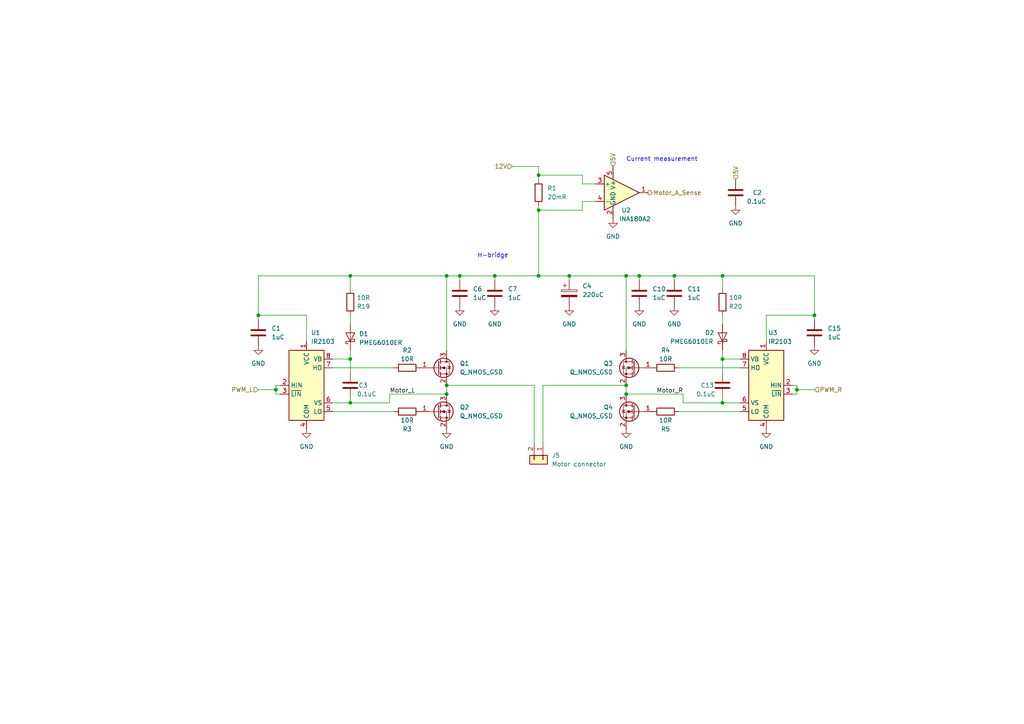
<source format=kicad_sch>
(kicad_sch (version 20211123) (generator eeschema)
  (paper "A4")
  (lib_symbols
    (symbol "Amplifier_Current:INA180A1" (pin_names (offset 0.127))
      (property "Reference" "U" (at 3.81 3.81 0))
      (property "Value" "INA180A1" (at 3.81 -2.54 0))
      (symbol "INA180A1_0_1"
        (polyline (pts (xy 5.08 0) (xy -5.08 5.08) (xy -5.08 -5.08) (xy 5.08 0)) (stroke (width 0.254)) (fill (type background)))
      )
      (symbol "INA180A1_1_1"
        (pin output line (at 7.62 0 180) (length 2.54) (name "~") (number "1"))
        (pin power_in line (at -2.54 -7.62 90) (length 3.81) (name "GND") (number "2"))
        (pin input line (at -7.62 2.54 0) (length 2.54) (name "+") (number "3"))
        (pin input line (at -7.62 -2.54 0) (length 2.54) (name "-") (number "4"))
        (pin power_in line (at -2.54 7.62 270) (length 3.81) (name "V+") (number "5"))
      )
    )
    (symbol "Connector_Generic:Conn_01x02" (pin_names (offset 1.016) hide)
      (property "Reference" "J" (at 0 2.54 0))
      (property "Value" "Conn_01x02" (at 0 -5.08 0))
      (symbol "Conn_01x02_1_1"
        (rectangle (start -1.27 -2.413) (end 0 -2.667) (stroke (width 0.1524)))
        (rectangle (start -1.27 0.127) (end 0 -0.127) (stroke (width 0.1524)))
        (rectangle (start -1.27 1.27) (end 1.27 -3.81) (stroke (width 0.254)) (fill (type background)))
        (pin passive line (at -5.08 0 0) (length 3.81) (name "Pin_1") (number "1"))
        (pin passive line (at -5.08 -2.54 0) (length 3.81) (name "Pin_2") (number "2"))
      )
    )
    (symbol "Device:C" (pin_numbers hide) (pin_names (offset 0.254))
      (property "Reference" "C" (at 0.635 2.54 0))
      (property "Value" "C" (at 0.635 -2.54 0))
      (symbol "C_0_1"
        (polyline (pts (xy -2.032 -0.762) (xy 2.032 -0.762)) (stroke (width 0.508)))
        (polyline (pts (xy -2.032 0.762) (xy 2.032 0.762)) (stroke (width 0.508)))
      )
      (symbol "C_1_1"
        (pin passive line (at 0 3.81 270) (length 2.794) (name "~") (number "1"))
        (pin passive line (at 0 -3.81 90) (length 2.794) (name "~") (number "2"))
      )
    )
    (symbol "Device:C_Polarized" (pin_numbers hide) (pin_names (offset 0.254))
      (property "Reference" "C" (at 0.635 2.54 0))
      (property "Value" "C_Polarized" (at 0.635 -2.54 0))
      (symbol "C_Polarized_0_1"
        (rectangle (start -2.286 0.508) (end 2.286 1.016))
        (polyline (pts (xy -1.778 2.286) (xy -0.762 2.286)))
        (polyline (pts (xy -1.27 2.794) (xy -1.27 1.778)))
        (rectangle (start 2.286 -0.508) (end -2.286 -1.016) (fill (type outline)))
      )
      (symbol "C_Polarized_1_1"
        (pin passive line (at 0 3.81 270) (length 2.794) (name "~") (number "1"))
        (pin passive line (at 0 -3.81 90) (length 2.794) (name "~") (number "2"))
      )
    )
    (symbol "Device:Q_NMOS_GSD" (pin_names (offset 0) hide)
      (property "Reference" "Q" (at 5.08 1.27 0))
      (property "Value" "Q_NMOS_GSD" (at 5.08 -1.27 0))
      (symbol "Q_NMOS_GSD_0_1"
        (polyline (pts (xy 0.254 0) (xy -2.54 0)))
        (polyline (pts (xy 0.254 1.905) (xy 0.254 -1.905)) (stroke (width 0.254)))
        (polyline (pts (xy 0.762 -1.27) (xy 0.762 -2.286)) (stroke (width 0.254)))
        (polyline (pts (xy 0.762 0.508) (xy 0.762 -0.508)) (stroke (width 0.254)))
        (polyline (pts (xy 0.762 2.286) (xy 0.762 1.27)) (stroke (width 0.254)))
        (polyline (pts (xy 2.54 2.54) (xy 2.54 1.778)))
        (polyline (pts (xy 2.54 -2.54) (xy 2.54 0) (xy 0.762 0)))
        (polyline (pts (xy 0.762 -1.778) (xy 3.302 -1.778) (xy 3.302 1.778) (xy 0.762 1.778)))
        (polyline (pts (xy 1.016 0) (xy 2.032 0.381) (xy 2.032 -0.381) (xy 1.016 0)) (fill (type outline)))
        (polyline (pts (xy 2.794 0.508) (xy 2.921 0.381) (xy 3.683 0.381) (xy 3.81 0.254)))
        (polyline (pts (xy 3.302 0.381) (xy 2.921 -0.254) (xy 3.683 -0.254) (xy 3.302 0.381)))
        (circle (center 1.651 0) (radius 2.794) (stroke (width 0.254)))
        (circle (center 2.54 -1.778) (radius 0.254) (fill (type outline)))
        (circle (center 2.54 1.778) (radius 0.254) (fill (type outline)))
      )
      (symbol "Q_NMOS_GSD_1_1"
        (pin input line (at -5.08 0 0) (length 2.54) (name "G") (number "1"))
        (pin passive line (at 2.54 -5.08 90) (length 2.54) (name "S") (number "2"))
        (pin passive line (at 2.54 5.08 270) (length 2.54) (name "D") (number "3"))
      )
    )
    (symbol "Device:R" (pin_numbers hide) (pin_names (offset 0))
      (property "Reference" "R" (at 2.032 0 90))
      (property "Value" "R" (at 0 0 90))
      (symbol "R_0_1"
        (rectangle (start -1.016 -2.54) (end 1.016 2.54) (stroke (width 0.254)))
      )
      (symbol "R_1_1"
        (pin passive line (at 0 3.81 270) (length 1.27) (name "~") (number "1"))
        (pin passive line (at 0 -3.81 90) (length 1.27) (name "~") (number "2"))
      )
    )
    (symbol "Diode:PMEG6010ER" (pin_numbers hide) (pin_names hide)
      (property "Reference" "D" (at 0 2.54 0))
      (property "Value" "PMEG6010ER" (at 0 -2.54 0))
      (symbol "PMEG6010ER_0_1"
        (polyline (pts (xy 1.27 0) (xy -1.27 0)))
        (polyline (pts (xy 1.27 1.27) (xy 1.27 -1.27) (xy -1.27 0) (xy 1.27 1.27)) (stroke (width 0.2032)))
        (polyline (pts (xy -1.905 0.635) (xy -1.905 1.27) (xy -1.27 1.27) (xy -1.27 -1.27) (xy -0.635 -1.27) (xy -0.635 -0.635)) (stroke (width 0.2032)))
      )
      (symbol "PMEG6010ER_1_1"
        (pin passive line (at -3.81 0 0) (length 2.54) (name "K") (number "1"))
        (pin passive line (at 3.81 0 180) (length 2.54) (name "A") (number "2"))
      )
    )
    (symbol "Driver_FET:IR2103"
      (property "Reference" "U" (at 1.27 13.335 0))
      (property "Value" "IR2103" (at 1.27 11.43 0))
      (symbol "IR2103_0_1"
        (rectangle (start -5.08 -10.16) (end 5.08 10.16) (stroke (width 0.254)) (fill (type background)))
      )
      (symbol "IR2103_1_1"
        (pin power_in line (at 0 12.7 270) (length 2.54) (name "VCC") (number "1"))
        (pin input line (at -7.62 0 0) (length 2.54) (name "HIN") (number "2"))
        (pin input line (at -7.62 -2.54 0) (length 2.54) (name "~{LIN}") (number "3"))
        (pin power_in line (at 0 -12.7 90) (length 2.54) (name "COM") (number "4"))
        (pin output line (at 7.62 -7.62 180) (length 2.54) (name "LO") (number "5"))
        (pin passive line (at 7.62 -5.08 180) (length 2.54) (name "VS") (number "6"))
        (pin output line (at 7.62 5.08 180) (length 2.54) (name "HO") (number "7"))
        (pin passive line (at 7.62 7.62 180) (length 2.54) (name "VB") (number "8"))
      )
    )
    (symbol "power:GND" (power) (pin_names (offset 0))
      (property "Value" "GND" (at 0 -3.81 0))
      (symbol "GND_0_1"
        (polyline (pts (xy 0 0) (xy 0 -1.27) (xy 1.27 -1.27) (xy 0 -2.54) (xy -1.27 -1.27) (xy 0 -1.27)))
      )
      (symbol "GND_1_1"
        (pin power_in line (at 0 0 270) (length 0) hide (name "GND") (number "1"))
      )
    )
  )
  (junction (at 181.61 114.3))
  (junction (at 129.54 111.76))
  (junction (at 74.93 91.44))
  (junction (at 133.35 80.01))
  (junction (at 101.6 104.14))
  (junction (at 143.51 80.01))
  (junction (at 156.21 50.8))
  (junction (at 101.6 116.84))
  (junction (at 101.6 80.01))
  (junction (at 231.14 113.03))
  (junction (at 181.61 80.01))
  (junction (at 185.42 80.01))
  (junction (at 209.55 80.01))
  (junction (at 129.54 80.01))
  (junction (at 129.54 114.3))
  (junction (at 156.21 80.01))
  (junction (at 209.55 104.14))
  (junction (at 236.22 91.44))
  (junction (at 165.1 80.01))
  (junction (at 195.58 80.01))
  (junction (at 209.55 116.84))
  (junction (at 80.01 113.03))
  (junction (at 156.21 60.96))
  (junction (at 181.61 111.76))
  (wire (pts (xy 209.55 80.01) (xy 209.55 83.82)))
  (wire (pts (xy 165.1 80.01) (xy 181.61 80.01)))
  (wire (pts (xy 156.21 80.01) (xy 165.1 80.01)))
  (wire (pts (xy 236.22 80.01) (xy 236.22 91.44)))
  (wire (pts (xy 156.21 50.8) (xy 156.21 48.26)))
  (wire (pts (xy 156.21 59.69) (xy 156.21 60.96)))
  (wire (pts (xy 101.6 80.01) (xy 101.6 83.82)))
  (wire (pts (xy 143.51 80.01) (xy 143.51 81.28)))
  (wire (pts (xy 181.61 80.01) (xy 181.61 101.6)))
  (wire (pts (xy 198.12 116.84) (xy 198.12 114.3)))
  (wire (pts (xy 222.25 99.06) (xy 222.25 91.44)))
  (wire (pts (xy 129.54 111.76) (xy 154.94 111.76)))
  (wire (pts (xy 157.48 111.76) (xy 157.48 128.27)))
  (wire (pts (xy 101.6 91.44) (xy 101.6 93.98)))
  (wire (pts (xy 80.01 113.03) (xy 80.01 114.3)))
  (wire (pts (xy 209.55 80.01) (xy 236.22 80.01)))
  (wire (pts (xy 157.48 111.76) (xy 181.61 111.76)))
  (wire (pts (xy 236.22 91.44) (xy 236.22 92.71)))
  (wire (pts (xy 129.54 111.76) (xy 129.54 114.3)))
  (wire (pts (xy 113.03 116.84) (xy 101.6 116.84)))
  (wire (pts (xy 231.14 113.03) (xy 231.14 114.3)))
  (wire (pts (xy 88.9 99.06) (xy 88.9 91.44)))
  (wire (pts (xy 222.25 91.44) (xy 236.22 91.44)))
  (wire (pts (xy 181.61 114.3) (xy 198.12 114.3)))
  (wire (pts (xy 168.91 60.96) (xy 156.21 60.96)))
  (wire (pts (xy 101.6 116.84) (xy 96.52 116.84)))
  (wire (pts (xy 80.01 111.76) (xy 81.28 111.76)))
  (wire (pts (xy 101.6 101.6) (xy 101.6 104.14)))
  (wire (pts (xy 74.93 80.01) (xy 74.93 91.44)))
  (wire (pts (xy 209.55 101.6) (xy 209.55 104.14)))
  (wire (pts (xy 74.93 91.44) (xy 74.93 92.71)))
  (wire (pts (xy 214.63 116.84) (xy 209.55 116.84)))
  (wire (pts (xy 113.03 114.3) (xy 113.03 116.84)))
  (wire (pts (xy 209.55 115.57) (xy 209.55 116.84)))
  (wire (pts (xy 168.91 53.34) (xy 168.91 50.8)))
  (wire (pts (xy 156.21 48.26) (xy 148.59 48.26)))
  (wire (pts (xy 129.54 80.01) (xy 129.54 101.6)))
  (wire (pts (xy 231.14 111.76) (xy 231.14 113.03)))
  (wire (pts (xy 129.54 114.3) (xy 113.03 114.3)))
  (wire (pts (xy 168.91 58.42) (xy 168.91 60.96)))
  (wire (pts (xy 229.87 114.3) (xy 231.14 114.3)))
  (wire (pts (xy 195.58 81.28) (xy 195.58 80.01)))
  (wire (pts (xy 74.93 80.01) (xy 101.6 80.01)))
  (wire (pts (xy 165.1 80.01) (xy 165.1 81.28)))
  (wire (pts (xy 231.14 111.76) (xy 229.87 111.76)))
  (wire (pts (xy 74.93 113.03) (xy 80.01 113.03)))
  (wire (pts (xy 168.91 50.8) (xy 156.21 50.8)))
  (wire (pts (xy 96.52 119.38) (xy 114.3 119.38)))
  (wire (pts (xy 101.6 104.14) (xy 101.6 107.95)))
  (wire (pts (xy 96.52 104.14) (xy 101.6 104.14)))
  (wire (pts (xy 231.14 113.03) (xy 236.22 113.03)))
  (wire (pts (xy 181.61 111.76) (xy 181.61 114.3)))
  (wire (pts (xy 196.85 119.38) (xy 214.63 119.38)))
  (wire (pts (xy 185.42 80.01) (xy 181.61 80.01)))
  (wire (pts (xy 88.9 91.44) (xy 74.93 91.44)))
  (wire (pts (xy 129.54 80.01) (xy 133.35 80.01)))
  (wire (pts (xy 101.6 115.57) (xy 101.6 116.84)))
  (wire (pts (xy 154.94 111.76) (xy 154.94 128.27)))
  (wire (pts (xy 133.35 80.01) (xy 133.35 81.28)))
  (wire (pts (xy 209.55 104.14) (xy 209.55 107.95)))
  (wire (pts (xy 143.51 80.01) (xy 156.21 80.01)))
  (wire (pts (xy 209.55 91.44) (xy 209.55 93.98)))
  (wire (pts (xy 156.21 52.07) (xy 156.21 50.8)))
  (wire (pts (xy 81.28 114.3) (xy 80.01 114.3)))
  (wire (pts (xy 209.55 116.84) (xy 198.12 116.84)))
  (wire (pts (xy 80.01 111.76) (xy 80.01 113.03)))
  (wire (pts (xy 101.6 80.01) (xy 129.54 80.01)))
  (wire (pts (xy 133.35 80.01) (xy 143.51 80.01)))
  (wire (pts (xy 195.58 80.01) (xy 209.55 80.01)))
  (wire (pts (xy 172.72 58.42) (xy 168.91 58.42)))
  (wire (pts (xy 195.58 80.01) (xy 185.42 80.01)))
  (wire (pts (xy 156.21 60.96) (xy 156.21 80.01)))
  (wire (pts (xy 196.85 106.68) (xy 214.63 106.68)))
  (wire (pts (xy 185.42 80.01) (xy 185.42 81.28)))
  (wire (pts (xy 209.55 104.14) (xy 214.63 104.14)))
  (wire (pts (xy 172.72 53.34) (xy 168.91 53.34)))
  (wire (pts (xy 96.52 106.68) (xy 114.3 106.68)))
  (text "Current measurement" (at 181.61 46.99 0) (effects (font (size 1.27 1.27)) (justify left bottom)))
  (text "H-bridge" (at 138.43 74.93 0) (effects (font (size 1.27 1.27)) (justify left bottom)))
  (label "Motor_L" (at 113.03 114.3 0))
  (label "Motor_R" (at 198.12 114.3 180))
  (hierarchical_label "5V" (shape input) (at 177.8 48.26 90))
  (hierarchical_label "12V" (shape input) (at 148.59 48.26 180))
  (hierarchical_label "Motor_A_Sense" (shape output) (at 187.96 55.88 0))
  (hierarchical_label "5V" (shape input) (at 213.36 52.07 90))
  (hierarchical_label "PWM_L" (shape input) (at 74.93 113.03 180))
  (hierarchical_label "PWM_R" (shape input) (at 236.22 113.03 0))
  (symbol (lib_id "power:GND") (at 133.35 88.9 0) (unit 1)
    (property "Reference" "#PWR017" (effects hide))
    (property "Value" "GND" (at 133.35 93.98 0))
  )
  (symbol (lib_id "Device:Q_NMOS_GSD") (at 127 106.68 0) (unit 1)
    (property "Reference" "Q1" (at 133.35 105.4099 0) (effects (justify left)))
    (property "Value" "Q_NMOS_GSD" (at 133.35 107.9499 0) (effects (justify left)))
    (property "Footprint" "Package_TO_SOT_SMD:SOT-23" (effects hide))
  )
  (symbol (lib_id "Device:C") (at 209.55 111.76 0) (unit 1)
    (property "Reference" "C13" (at 203.2 111.76 0) (effects (justify left)))
    (property "Value" "0.1uC" (at 201.93 114.3 0) (effects (justify left)))
    (property "Footprint" "Capacitor_SMD:C_0805_2012Metric_Pad1.18x1.45mm_HandSolder" (effects hide))
    (property "Datasheet" "https://datasheet.lcsc.com/lcsc/2006111832_YAGEO-CC0805KRX7R8BB104_C519981.pdf" (effects hide))
    (property "Manufacturer Part Number" "CC0805KRX7R8BB104" (effects hide))
  )
  (symbol (lib_id "power:GND") (at 129.54 124.46 0) (unit 1)
    (property "Reference" "#PWR016" (effects hide))
    (property "Value" "GND" (at 129.54 129.54 0))
  )
  (symbol (lib_id "Device:R") (at 193.04 119.38 90) (unit 1)
    (property "Reference" "R5" (at 193.04 124.46 90))
    (property "Value" "10R" (at 193.04 121.92 90))
    (property "Footprint" "Resistor_SMD:R_0805_2012Metric_Pad1.20x1.40mm_HandSolder" (effects hide))
    (property "Datasheet" "https://datasheet.lcsc.com/lcsc/1810311320_YAGEO-AC0805JR-0710RL_C144537.pdf" (effects hide))
    (property "Manufacturer Part Number" "AC0805JR-0710RL" (effects hide))
  )
  (symbol (lib_id "power:GND") (at 143.51 88.9 0) (unit 1)
    (property "Reference" "#PWR018" (effects hide))
    (property "Value" "GND" (at 143.51 93.98 0))
  )
  (symbol (lib_id "Device:R") (at 118.11 119.38 90) (unit 1)
    (property "Reference" "R3" (at 118.11 124.46 90))
    (property "Value" "10R" (at 118.11 121.92 90))
    (property "Footprint" "Resistor_SMD:R_0805_2012Metric_Pad1.20x1.40mm_HandSolder" (effects hide))
    (property "Datasheet" "https://datasheet.lcsc.com/lcsc/1810311320_YAGEO-AC0805JR-0710RL_C144537.pdf" (effects hide))
    (property "Manufacturer Part Number" "AC0805JR-0710RL" (effects hide))
  )
  (symbol (lib_id "power:GND") (at 222.25 124.46 0) (unit 1)
    (property "Reference" "#PWR026" (effects hide))
    (property "Value" "GND" (at 222.25 129.54 0))
  )
  (symbol (lib_id "power:GND") (at 236.22 100.33 0) (unit 1)
    (property "Reference" "#PWR027" (effects hide))
    (property "Value" "GND" (at 236.22 105.41 0))
  )
  (symbol (lib_id "Connector_Generic:Conn_01x02") (at 157.48 133.35 270) (unit 1)
    (property "Reference" "J5" (at 160.02 132.0799 90) (effects (justify left)))
    (property "Value" "Motor connector" (at 160.02 134.6199 90) (effects (justify left)))
    (property "Footprint" "Connector_custom:HC-2510-2AW" (effects hide))
    (property "Datasheet" "https://datasheet.lcsc.com/lcsc/2203111830_HCTL-HC-2510-2AW_C2982041.pdf" (effects hide))
    (property "Manufacturer Part Number" "HC-2510-2AW" (effects hide))
  )
  (symbol (lib_id "Device:C") (at 133.35 85.09 0) (unit 1)
    (property "Reference" "C6" (at 137.16 83.8199 0) (effects (justify left)))
    (property "Value" "1uC" (at 137.16 86.3599 0) (effects (justify left)))
    (property "Footprint" "Capacitor_SMD:C_0805_2012Metric_Pad1.18x1.45mm_HandSolder" (effects hide))
    (property "Datasheet" "https://datasheet.lcsc.com/lcsc/1810201241_Murata-Electronics-GCM21BR71E105KA56L_C85865.pdf" (effects hide))
    (property "Manufacturer Part Number" "GCM21BR71E105KA56L" (effects hide))
  )
  (symbol (lib_id "Device:R") (at 193.04 106.68 90) (unit 1)
    (property "Reference" "R4" (at 193.04 101.6 90))
    (property "Value" "10R" (at 193.04 104.14 90))
    (property "Footprint" "Resistor_SMD:R_0805_2012Metric_Pad1.20x1.40mm_HandSolder" (effects hide))
    (property "Datasheet" "https://datasheet.lcsc.com/lcsc/1810311320_YAGEO-AC0805JR-0710RL_C144537.pdf" (effects hide))
    (property "Manufacturer Part Number" "AC0805JR-0710RL" (effects hide))
  )
  (symbol (lib_id "Driver_FET:IR2103") (at 88.9 111.76 0) (unit 1)
    (property "Reference" "U1" (at 90.17 96.52 0) (effects (justify left)))
    (property "Value" "IR2103" (at 90.17 99.06 0) (effects (justify left)))
    (property "Footprint" "Package_SO:SOIC-8_3.9x4.9mm_P1.27mm" (effects hide))
    (property "Datasheet" "https://datasheet.lcsc.com/lcsc/1810041210_Infineon-Technologies-IR2103STRPBF_C2957.pdf" (effects hide))
    (property "Manufacturer Part Number" "IR2103STRPBF" (effects hide))
  )
  (symbol (lib_id "Device:C") (at 74.93 96.52 0) (unit 1)
    (property "Reference" "C1" (at 78.74 95.2499 0) (effects (justify left)))
    (property "Value" "1uC" (at 78.74 97.7899 0) (effects (justify left)))
    (property "Footprint" "Capacitor_SMD:C_0805_2012Metric_Pad1.18x1.45mm_HandSolder" (effects hide))
    (property "Datasheet" "https://datasheet.lcsc.com/lcsc/1810201241_Murata-Electronics-GCM21BR71E105KA56L_C85865.pdf" (effects hide))
    (property "Manufacturer Part Number" "GCM21BR71E105KA56L" (effects hide))
  )
  (symbol (lib_id "Device:R") (at 118.11 106.68 90) (unit 1)
    (property "Reference" "R2" (at 118.11 101.6 90))
    (property "Value" "10R" (at 118.11 104.14 90))
    (property "Footprint" "Resistor_SMD:R_0805_2012Metric_Pad1.20x1.40mm_HandSolder" (effects hide))
    (property "Datasheet" "https://datasheet.lcsc.com/lcsc/1810311320_YAGEO-AC0805JR-0710RL_C144537.pdf" (effects hide))
    (property "Manufacturer Part Number" "AC0805JR-0710RL" (effects hide))
  )
  (symbol (lib_id "power:GND") (at 195.58 88.9 0) (unit 1)
    (property "Reference" "#PWR023" (effects hide))
    (property "Value" "GND" (at 195.58 93.98 0))
  )
  (symbol (lib_id "Device:C_Polarized") (at 165.1 85.09 0) (unit 1)
    (property "Reference" "C4" (at 168.91 82.9309 0) (effects (justify left)))
    (property "Value" "220uC" (at 168.91 85.4709 0) (effects (justify left)))
    (property "Footprint" "Capacitor_THT:CP_Radial_D8.0mm_P3.50mm" (effects hide))
    (property "Datasheet" "https://datasheet.lcsc.com/lcsc/1912111437_Rubycon-25YXF220MEFC8X11-5_C368593.pdf" (effects hide))
    (property "Manufacturer Part Number" "25YXF220MEFC8X11.5" (effects hide))
  )
  (symbol (lib_id "power:GND") (at 185.42 88.9 0) (unit 1)
    (property "Reference" "#PWR022" (effects hide))
    (property "Value" "GND" (at 185.42 93.98 0))
  )
  (symbol (lib_id "Device:C") (at 213.36 55.88 0) (mirror y) (unit 1)
    (property "Reference" "C2" (at 220.98 55.88 0) (effects (justify left)))
    (property "Value" "0.1uC" (at 222.25 58.42 0) (effects (justify left)))
    (property "Footprint" "Capacitor_SMD:C_0805_2012Metric_Pad1.18x1.45mm_HandSolder" (effects hide))
    (property "Datasheet" "https://datasheet.lcsc.com/lcsc/2006111832_YAGEO-CC0805KRX7R8BB104_C519981.pdf" (effects hide))
    (property "Manufacturer Part Number" "CC0805KRX7R8BB104" (effects hide))
  )
  (symbol (lib_id "Device:R") (at 156.21 55.88 180) (unit 1)
    (property "Reference" "R1" (at 158.75 54.6099 0) (effects (justify right)))
    (property "Value" "20mR" (at 158.75 57.1499 0) (effects (justify right)))
    (property "Footprint" "Resistor_SMD:R_2512_6332Metric_Pad1.40x3.35mm_HandSolder" (effects hide))
    (property "Datasheet" "https://datasheet.lcsc.com/lcsc/1912111437_YAGEO-RL2512FK-070R02L_C326611.pdf" (effects hide))
    (property "Manufacturer Part Number" "RL2512FK-070R02L" (effects hide))
  )
  (symbol (lib_id "Diode:PMEG6010ER") (at 101.6 97.79 90) (unit 1)
    (property "Reference" "D1" (at 104.14 96.8374 90) (effects (justify right)))
    (property "Value" "PMEG6010ER" (at 104.14 99.3774 90) (effects (justify right)))
    (property "Footprint" "Diode_SMD:Nexperia_CFP3_SOD-123W" (effects hide))
    (property "Datasheet" "https://datasheet.lcsc.com/lcsc/1912111437_Nexperia-PMEG6010ER-115_C456121.pdf" (effects hide))
    (property "Manufacturer Part Number" "PMEG6010ER,115" (effects hide))
  )
  (symbol (lib_id "power:GND") (at 88.9 124.46 0) (unit 1)
    (property "Reference" "#PWR010" (effects hide))
    (property "Value" "GND" (at 88.9 129.54 0))
  )
  (symbol (lib_id "Driver_FET:IR2103") (at 222.25 111.76 0) (mirror y) (unit 1)
    (property "Reference" "U3" (at 222.7706 96.52 0) (effects (justify right)))
    (property "Value" "IR2103" (at 222.7706 99.06 0) (effects (justify right)))
    (property "Footprint" "Package_SO:SOIC-8_3.9x4.9mm_P1.27mm" (effects hide))
    (property "Datasheet" "https://datasheet.lcsc.com/lcsc/1810041210_Infineon-Technologies-IR2103STRPBF_C2957.pdf" (effects hide))
    (property "Manufacturer Part Number" "IR2103STRPBF" (effects hide))
  )
  (symbol (lib_id "Device:R") (at 101.6 87.63 0) (unit 1)
    (property "Reference" "R19" (at 105.41 88.9 0))
    (property "Value" "10R" (at 105.41 86.36 0))
    (property "Footprint" "Resistor_SMD:R_0805_2012Metric_Pad1.20x1.40mm_HandSolder" (effects hide))
    (property "Datasheet" "https://datasheet.lcsc.com/lcsc/1810311320_YAGEO-AC0805JR-0710RL_C144537.pdf" (effects hide))
    (property "Manufacturer Part Number" "AC0805JR-0710RL" (effects hide))
  )
  (symbol (lib_id "power:GND") (at 165.1 88.9 0) (unit 1)
    (property "Reference" "#PWR011" (effects hide))
    (property "Value" "GND" (at 165.1 93.98 0))
  )
  (symbol (lib_id "Device:Q_NMOS_GSD") (at 184.15 119.38 0) (mirror y) (unit 1)
    (property "Reference" "Q4" (at 177.8 118.1099 0) (effects (justify left)))
    (property "Value" "Q_NMOS_GSD" (at 177.8 120.6499 0) (effects (justify left)))
    (property "Footprint" "Package_TO_SOT_SMD:SOT-23" (effects hide))
  )
  (symbol (lib_id "power:GND") (at 181.61 124.46 0) (unit 1)
    (property "Reference" "#PWR021" (effects hide))
    (property "Value" "GND" (at 181.61 129.54 0))
  )
  (symbol (lib_id "Device:Q_NMOS_GSD") (at 184.15 106.68 0) (mirror y) (unit 1)
    (property "Reference" "Q3" (at 177.8 105.4099 0) (effects (justify left)))
    (property "Value" "Q_NMOS_GSD" (at 177.8 107.9499 0) (effects (justify left)))
    (property "Footprint" "Package_TO_SOT_SMD:SOT-23" (effects hide))
  )
  (symbol (lib_id "Device:C") (at 185.42 85.09 0) (unit 1)
    (property "Reference" "C10" (at 189.23 83.8199 0) (effects (justify left)))
    (property "Value" "1uC" (at 189.23 86.3599 0) (effects (justify left)))
    (property "Footprint" "Capacitor_SMD:C_0805_2012Metric_Pad1.18x1.45mm_HandSolder" (effects hide))
    (property "Datasheet" "https://datasheet.lcsc.com/lcsc/1810201241_Murata-Electronics-GCM21BR71E105KA56L_C85865.pdf" (effects hide))
    (property "Manufacturer Part Number" "GCM21BR71E105KA56L" (effects hide))
  )
  (symbol (lib_id "power:GND") (at 177.8 63.5 0) (unit 1)
    (property "Reference" "#PWR014" (effects hide))
    (property "Value" "GND" (at 177.8 68.58 0))
  )
  (symbol (lib_id "Device:C") (at 143.51 85.09 0) (unit 1)
    (property "Reference" "C7" (at 147.32 83.8199 0) (effects (justify left)))
    (property "Value" "1uC" (at 147.32 86.3599 0) (effects (justify left)))
    (property "Footprint" "Capacitor_SMD:C_0805_2012Metric_Pad1.18x1.45mm_HandSolder" (effects hide))
    (property "Datasheet" "https://datasheet.lcsc.com/lcsc/1810201241_Murata-Electronics-GCM21BR71E105KA56L_C85865.pdf" (effects hide))
    (property "Manufacturer Part Number" "GCM21BR71E105KA56L" (effects hide))
  )
  (symbol (lib_id "Device:C") (at 236.22 96.52 0) (unit 1)
    (property "Reference" "C15" (at 240.03 95.2499 0) (effects (justify left)))
    (property "Value" "1uC" (at 240.03 97.7899 0) (effects (justify left)))
    (property "Footprint" "Capacitor_SMD:C_0805_2012Metric_Pad1.18x1.45mm_HandSolder" (effects hide))
    (property "Datasheet" "https://datasheet.lcsc.com/lcsc/1810201241_Murata-Electronics-GCM21BR71E105KA56L_C85865.pdf" (effects hide))
    (property "Manufacturer Part Number" "GCM21BR71E105KA56L" (effects hide))
  )
  (symbol (lib_id "Amplifier_Current:INA180A1") (at 180.34 55.88 0) (unit 1)
    (property "Reference" "U2" (at 181.61 60.96 0))
    (property "Value" "INA180A2" (at 184.15 63.5 0))
    (property "Footprint" "Package_TO_SOT_SMD:SOT-23-5_HandSoldering" (effects hide))
    (property "Datasheet" "http://www.ti.com/lit/ds/symlink/ina180.pdf" (effects hide))
    (property "Manufacturer Part Number" "INA180A2IDBVR" (effects hide))
  )
  (symbol (lib_id "Device:C") (at 101.6 111.76 0) (mirror y) (unit 1)
    (property "Reference" "C3" (at 106.68 111.76 0) (effects (justify left)))
    (property "Value" "0.1uC" (at 109.22 114.3 0) (effects (justify left)))
    (property "Footprint" "Capacitor_SMD:C_0805_2012Metric_Pad1.18x1.45mm_HandSolder" (effects hide))
    (property "Datasheet" "https://datasheet.lcsc.com/lcsc/2006111832_YAGEO-CC0805KRX7R8BB104_C519981.pdf" (effects hide))
    (property "Manufacturer Part Number" "CC0805KRX7R8BB104" (effects hide))
  )
  (symbol (lib_id "Diode:PMEG6010ER") (at 209.55 97.79 90) (unit 1)
    (property "Reference" "D2" (at 204.47 96.52 90) (effects (justify right)))
    (property "Value" "PMEG6010ER" (at 194.31 99.06 90) (effects (justify right)))
    (property "Footprint" "Diode_SMD:Nexperia_CFP3_SOD-123W" (effects hide))
    (property "Datasheet" "https://datasheet.lcsc.com/lcsc/1912111437_Nexperia-PMEG6010ER-115_C456121.pdf" (effects hide))
    (property "Manufacturer Part Number" "PMEG6010ER,115" (effects hide))
  )
  (symbol (lib_id "power:GND") (at 74.93 100.33 0) (unit 1)
    (property "Reference" "#PWR07" (effects hide))
    (property "Value" "GND" (at 74.93 105.41 0))
  )
  (symbol (lib_id "Device:R") (at 209.55 87.63 0) (unit 1)
    (property "Reference" "R20" (at 213.36 88.9 0))
    (property "Value" "10R" (at 213.36 86.36 0))
    (property "Footprint" "Resistor_SMD:R_0805_2012Metric_Pad1.20x1.40mm_HandSolder" (effects hide))
    (property "Datasheet" "https://datasheet.lcsc.com/lcsc/1810311320_YAGEO-AC0805JR-0710RL_C144537.pdf" (effects hide))
    (property "Manufacturer Part Number" "AC0805JR-0710RL" (effects hide))
  )
  (symbol (lib_id "Device:C") (at 195.58 85.09 0) (unit 1)
    (property "Reference" "C11" (at 199.39 83.8199 0) (effects (justify left)))
    (property "Value" "1uC" (at 199.39 86.3599 0) (effects (justify left)))
    (property "Footprint" "Capacitor_SMD:C_0805_2012Metric_Pad1.18x1.45mm_HandSolder" (effects hide))
    (property "Datasheet" "https://datasheet.lcsc.com/lcsc/1810201241_Murata-Electronics-GCM21BR71E105KA56L_C85865.pdf" (effects hide))
    (property "Manufacturer Part Number" "GCM21BR71E105KA56L" (effects hide))
  )
  (symbol (lib_id "power:GND") (at 213.36 59.69 0) (unit 1)
    (property "Reference" "#PWR09" (effects hide))
    (property "Value" "GND" (at 213.36 64.77 0))
  )
  (symbol (lib_id "Device:Q_NMOS_GSD") (at 127 119.38 0) (unit 1)
    (property "Reference" "Q2" (at 133.35 118.1099 0) (effects (justify left)))
    (property "Value" "Q_NMOS_GSD" (at 133.35 120.6499 0) (effects (justify left)))
    (property "Footprint" "Package_TO_SOT_SMD:SOT-23" (effects hide))
  )
)
</source>
